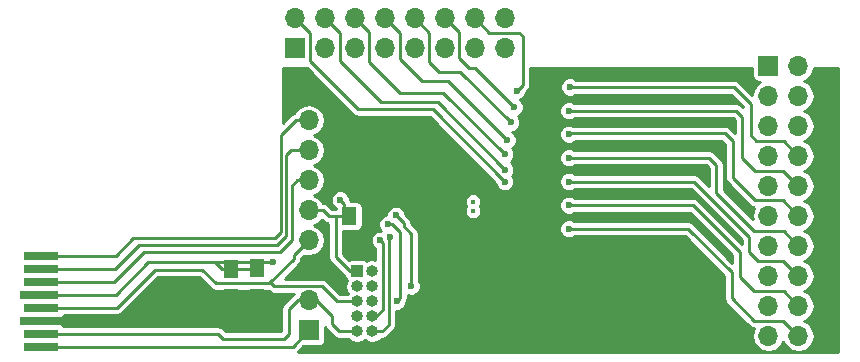
<source format=gbr>
G04 #@! TF.FileFunction,Copper,L2,Bot,Signal*
%FSLAX46Y46*%
G04 Gerber Fmt 4.6, Leading zero omitted, Abs format (unit mm)*
G04 Created by KiCad (PCBNEW 4.0.5+dfsg1-4) date Sat Sep  9 17:34:41 2017*
%MOMM*%
%LPD*%
G01*
G04 APERTURE LIST*
%ADD10C,0.100000*%
%ADD11C,0.381000*%
%ADD12R,1.700000X1.700000*%
%ADD13O,1.700000X1.700000*%
%ADD14R,1.250000X1.500000*%
%ADD15R,1.000000X1.000000*%
%ADD16O,1.000000X1.000000*%
%ADD17R,2.900000X0.800000*%
%ADD18R,3.200000X0.800000*%
%ADD19C,0.600000*%
%ADD20C,0.250000*%
%ADD21C,0.254000*%
G04 APERTURE END LIST*
D10*
D11*
X125404880Y-109758480D03*
X126222760Y-109758480D03*
X127863600Y-109783880D03*
X127045720Y-109783880D03*
X130286760Y-109804200D03*
X131104640Y-109804200D03*
X129463800Y-109778800D03*
X128645920Y-109778800D03*
X145500000Y-100400000D03*
X155500000Y-111000000D03*
X156300000Y-111000000D03*
X157100000Y-111000000D03*
X157900000Y-111000000D03*
X171100000Y-104200000D03*
X171900000Y-104200000D03*
X169500000Y-104200000D03*
X170300000Y-104200000D03*
X160400000Y-88900000D03*
X161200000Y-88900000D03*
X162000000Y-88900000D03*
X162800000Y-88900000D03*
X169100000Y-101100000D03*
X169900000Y-101100000D03*
X163900000Y-99100000D03*
X164700000Y-99100000D03*
X163900000Y-97100000D03*
X164700000Y-97100000D03*
X149600000Y-103900000D03*
X149600000Y-103100000D03*
X149600000Y-102300000D03*
D12*
X138400000Y-86800000D03*
D13*
X138400000Y-84260000D03*
X140940000Y-86800000D03*
X140940000Y-84260000D03*
X143480000Y-86800000D03*
X143480000Y-84260000D03*
X146020000Y-86800000D03*
X146020000Y-84260000D03*
X148560000Y-86800000D03*
X148560000Y-84260000D03*
X151100000Y-86800000D03*
X151100000Y-84260000D03*
X153640000Y-86800000D03*
X153640000Y-84260000D03*
X156180000Y-86800000D03*
X156180000Y-84260000D03*
D14*
X132983720Y-105478320D03*
X132983720Y-107978320D03*
X135219720Y-105450320D03*
X135219720Y-107950320D03*
X143032480Y-101020560D03*
X143032480Y-103520560D03*
D11*
X153500000Y-100600000D03*
X153500000Y-99800000D03*
D15*
X143700000Y-105700000D03*
D16*
X144970000Y-105700000D03*
X143700000Y-106970000D03*
X144970000Y-106970000D03*
X143700000Y-108240000D03*
X144970000Y-108240000D03*
X143700000Y-109510000D03*
X144970000Y-109510000D03*
X143700000Y-110780000D03*
X144970000Y-110780000D03*
D12*
X139600000Y-110700000D03*
D13*
X139600000Y-108160000D03*
X139600000Y-105620000D03*
X139600000Y-103080000D03*
X139600000Y-100540000D03*
X139600000Y-98000000D03*
X139600000Y-95460000D03*
X139600000Y-92920000D03*
D12*
X178500000Y-88300000D03*
D13*
X181040000Y-88300000D03*
X178500000Y-90840000D03*
X181040000Y-90840000D03*
X178500000Y-93380000D03*
X181040000Y-93380000D03*
X178500000Y-95920000D03*
X181040000Y-95920000D03*
X178500000Y-98460000D03*
X181040000Y-98460000D03*
X178500000Y-101000000D03*
X181040000Y-101000000D03*
X178500000Y-103540000D03*
X181040000Y-103540000D03*
X178500000Y-106080000D03*
X181040000Y-106080000D03*
X178500000Y-108620000D03*
X181040000Y-108620000D03*
X178500000Y-111160000D03*
X181040000Y-111160000D03*
D12*
X150300000Y-110300000D03*
D13*
X152840000Y-110300000D03*
D17*
X116936520Y-112069240D03*
X116936520Y-105469240D03*
X116936520Y-104369240D03*
X116936520Y-110969240D03*
X116936520Y-106569240D03*
D18*
X116786520Y-109869240D03*
D17*
X116936520Y-108769240D03*
D18*
X116786520Y-107669240D03*
D19*
X161600000Y-102100000D03*
X161600000Y-100100000D03*
X161600000Y-98100000D03*
X161600000Y-96100000D03*
X161600000Y-94100000D03*
X161600000Y-92100000D03*
X161700000Y-90100000D03*
X136575800Y-104937560D03*
X142265400Y-99664520D03*
X146502120Y-102809040D03*
X145648680Y-103068120D03*
X146304000Y-101727000D03*
X147050760Y-108234480D03*
X146974560Y-100949760D03*
X148254720Y-106969560D03*
X156200000Y-98100000D03*
X156200000Y-97100000D03*
X156200000Y-95800000D03*
X156400000Y-94600000D03*
X156700000Y-93100000D03*
X157000000Y-91800000D03*
X157200000Y-90400000D03*
D20*
X116921280Y-104369240D02*
X123260480Y-104369240D01*
X138479080Y-92920000D02*
X139600000Y-92920000D01*
X137215880Y-94183200D02*
X138479080Y-92920000D01*
X137215880Y-102397560D02*
X137215880Y-94183200D01*
X136707880Y-102905560D02*
X137215880Y-102397560D01*
X124724160Y-102905560D02*
X136707880Y-102905560D01*
X123260480Y-104369240D02*
X124724160Y-102905560D01*
X116921280Y-105469240D02*
X123206960Y-105469240D01*
X138123480Y-95460000D02*
X139600000Y-95460000D01*
X137688320Y-95895160D02*
X138123480Y-95460000D01*
X137688320Y-102671880D02*
X137688320Y-95895160D01*
X136895840Y-103464360D02*
X137688320Y-102671880D01*
X125211840Y-103464360D02*
X136895840Y-103464360D01*
X123206960Y-105469240D02*
X125211840Y-103464360D01*
X116771280Y-106569240D02*
X123143280Y-106569240D01*
X138621320Y-98000000D02*
X139600000Y-98000000D01*
X138138322Y-98482998D02*
X138621320Y-98000000D01*
X138138322Y-103065158D02*
X138138322Y-98482998D01*
X137154920Y-104048560D02*
X138138322Y-103065158D01*
X125663960Y-104048560D02*
X137154920Y-104048560D01*
X123143280Y-106569240D02*
X125663960Y-104048560D01*
X143700000Y-108240000D02*
X142011840Y-108240000D01*
X136641840Y-106954320D02*
X136334500Y-106646980D01*
X140726160Y-106954320D02*
X136641840Y-106954320D01*
X142011840Y-108240000D02*
X140726160Y-106954320D01*
X139600000Y-103080000D02*
X139600000Y-103298320D01*
X116771280Y-108769240D02*
X123346120Y-108769240D01*
X138328400Y-104351600D02*
X139600000Y-103080000D01*
X138328400Y-104653080D02*
X138328400Y-104351600D01*
X136260840Y-106720640D02*
X136334500Y-106646980D01*
X136334500Y-106646980D02*
X138328400Y-104653080D01*
X131724400Y-106720640D02*
X136260840Y-106720640D01*
X130586480Y-105582720D02*
X131724400Y-106720640D01*
X126532640Y-105582720D02*
X130586480Y-105582720D01*
X123346120Y-108769240D02*
X126532640Y-105582720D01*
X139600000Y-108160000D02*
X140209720Y-108160000D01*
X140209720Y-108160000D02*
X141549120Y-109499400D01*
X142143920Y-110780000D02*
X143700000Y-110780000D01*
X141549120Y-110185200D02*
X142143920Y-110780000D01*
X141549120Y-109499400D02*
X141549120Y-110185200D01*
X116921280Y-110969240D02*
X131869240Y-110969240D01*
X138640000Y-108160000D02*
X139600000Y-108160000D01*
X137900000Y-108900000D02*
X138640000Y-108160000D01*
X137900000Y-111000000D02*
X137900000Y-108900000D01*
X137500000Y-111400000D02*
X137900000Y-111000000D01*
X132300000Y-111400000D02*
X137500000Y-111400000D01*
X131869240Y-110969240D02*
X132300000Y-111400000D01*
X143700000Y-110780000D02*
X143280000Y-110780000D01*
X116921280Y-112069240D02*
X138230760Y-112069240D01*
X138230760Y-112069240D02*
X139600000Y-110700000D01*
X179780000Y-109900000D02*
X181040000Y-111160000D01*
X177300000Y-109900000D02*
X179780000Y-109900000D01*
X175400000Y-108000000D02*
X177300000Y-109900000D01*
X175400000Y-105800000D02*
X175400000Y-108000000D01*
X171700000Y-102100000D02*
X175400000Y-105800000D01*
X161600000Y-102100000D02*
X171700000Y-102100000D01*
X179820000Y-107400000D02*
X181040000Y-108620000D01*
X177300000Y-107400000D02*
X179820000Y-107400000D01*
X176100000Y-106200000D02*
X177300000Y-107400000D01*
X176100000Y-104100000D02*
X176100000Y-106200000D01*
X172100000Y-100100000D02*
X176100000Y-104100000D01*
X161600000Y-100100000D02*
X172100000Y-100100000D01*
X179760000Y-104800000D02*
X181040000Y-106080000D01*
X177600000Y-104800000D02*
X179760000Y-104800000D01*
X176900000Y-104100000D02*
X177600000Y-104800000D01*
X176900000Y-102800000D02*
X176900000Y-104100000D01*
X172200000Y-98100000D02*
X176900000Y-102800000D01*
X161600000Y-98100000D02*
X172200000Y-98100000D01*
X179800000Y-102300000D02*
X181040000Y-103540000D01*
X177300000Y-102300000D02*
X179800000Y-102300000D01*
X174100000Y-99100000D02*
X177300000Y-102300000D01*
X174100000Y-96700000D02*
X174100000Y-99100000D01*
X173500000Y-96100000D02*
X174100000Y-96700000D01*
X161600000Y-96100000D02*
X173500000Y-96100000D01*
X179740000Y-99700000D02*
X181040000Y-101000000D01*
X177400000Y-99700000D02*
X179740000Y-99700000D01*
X175500000Y-97800000D02*
X177400000Y-99700000D01*
X175500000Y-94700000D02*
X175500000Y-97800000D01*
X174800000Y-94000000D02*
X175500000Y-94700000D01*
X161700000Y-94000000D02*
X174800000Y-94000000D01*
X161600000Y-94100000D02*
X161700000Y-94000000D01*
X179780000Y-97200000D02*
X181040000Y-98460000D01*
X177400000Y-97200000D02*
X179780000Y-97200000D01*
X176300000Y-96100000D02*
X177400000Y-97200000D01*
X176300000Y-92600000D02*
X176300000Y-96100000D01*
X175800000Y-92100000D02*
X176300000Y-92600000D01*
X161600000Y-92100000D02*
X175800000Y-92100000D01*
X179820000Y-94700000D02*
X181040000Y-95920000D01*
X177500000Y-94700000D02*
X179820000Y-94700000D01*
X177000000Y-94200000D02*
X177500000Y-94700000D01*
X177000000Y-91500000D02*
X177000000Y-94200000D01*
X175600000Y-90100000D02*
X177000000Y-91500000D01*
X161700000Y-90100000D02*
X175600000Y-90100000D01*
X132983720Y-105478320D02*
X135191720Y-105478320D01*
X135191720Y-105478320D02*
X135219720Y-105450320D01*
X132983720Y-105478320D02*
X132229600Y-105478320D01*
X132229600Y-105478320D02*
X131688840Y-104937560D01*
X143700000Y-105700000D02*
X143068480Y-105700000D01*
X141884400Y-104515920D02*
X141884400Y-101050000D01*
X143068480Y-105700000D02*
X141884400Y-104515920D01*
X139600000Y-100540000D02*
X140804080Y-100540000D01*
X141314080Y-101050000D02*
X141884400Y-101050000D01*
X141884400Y-101050000D02*
X142600000Y-101050000D01*
X140804080Y-100540000D02*
X141314080Y-101050000D01*
X116921280Y-107669240D02*
X123277720Y-107669240D01*
X126009400Y-104937560D02*
X131688840Y-104937560D01*
X131688840Y-104937560D02*
X136575800Y-104937560D01*
X123277720Y-107669240D02*
X126009400Y-104937560D01*
X142600000Y-101050000D02*
X142600000Y-100000000D01*
X142600000Y-100000000D02*
X142265400Y-99664520D01*
X145800640Y-110780000D02*
X144970000Y-110780000D01*
X146349720Y-110230920D02*
X145800640Y-110780000D01*
X146349720Y-102961440D02*
X146349720Y-110230920D01*
X146502120Y-102809040D02*
X146349720Y-102961440D01*
X144970000Y-109510000D02*
X145325238Y-109510000D01*
X145325238Y-109510000D02*
X145862040Y-108973198D01*
X145862040Y-108973198D02*
X145862040Y-103281480D01*
X145862040Y-103281480D02*
X145648680Y-103068120D01*
X146319240Y-101711760D02*
X146304000Y-101727000D01*
X146669760Y-101711760D02*
X146319240Y-101711760D01*
X147340320Y-102382320D02*
X146669760Y-101711760D01*
X147340320Y-107944920D02*
X147340320Y-102382320D01*
X147050760Y-108234480D02*
X147340320Y-107944920D01*
X147629880Y-101605080D02*
X146974560Y-100949760D01*
X147629880Y-101894640D02*
X147629880Y-101605080D01*
X148254720Y-102519480D02*
X147629880Y-101894640D01*
X148254720Y-106969560D02*
X148254720Y-102519480D01*
X139700000Y-85560000D02*
X138400000Y-84260000D01*
X139700000Y-87900000D02*
X139700000Y-85560000D01*
X143800000Y-92000000D02*
X139700000Y-87900000D01*
X150100000Y-92000000D02*
X143800000Y-92000000D01*
X156200000Y-98100000D02*
X150100000Y-92000000D01*
X142200000Y-85520000D02*
X140940000Y-84260000D01*
X142200000Y-87900000D02*
X142200000Y-85520000D01*
X145700000Y-91400000D02*
X142200000Y-87900000D01*
X150500000Y-91400000D02*
X145700000Y-91400000D01*
X156200000Y-97100000D02*
X150500000Y-91400000D01*
X144700000Y-85480000D02*
X143480000Y-84260000D01*
X144700000Y-88000000D02*
X144700000Y-85480000D01*
X147300000Y-90600000D02*
X144700000Y-88000000D01*
X151000000Y-90600000D02*
X147300000Y-90600000D01*
X156200000Y-95800000D02*
X151000000Y-90600000D01*
X147300000Y-85540000D02*
X146020000Y-84260000D01*
X147300000Y-87700000D02*
X147300000Y-85540000D01*
X149200000Y-89600000D02*
X147300000Y-87700000D01*
X151400000Y-89600000D02*
X149200000Y-89600000D01*
X156400000Y-94600000D02*
X151400000Y-89600000D01*
X149800000Y-85500000D02*
X148560000Y-84260000D01*
X149800000Y-88000000D02*
X149800000Y-85500000D01*
X150600000Y-88800000D02*
X149800000Y-88000000D01*
X152400000Y-88800000D02*
X150600000Y-88800000D01*
X156700000Y-93100000D02*
X152400000Y-88800000D01*
X152300000Y-85460000D02*
X151100000Y-84260000D01*
X152300000Y-87600000D02*
X152300000Y-85460000D01*
X153200000Y-88500000D02*
X152300000Y-87600000D01*
X153700000Y-88500000D02*
X153200000Y-88500000D01*
X157000000Y-91800000D02*
X153700000Y-88500000D01*
X154880000Y-85500000D02*
X153640000Y-84260000D01*
X157400000Y-85500000D02*
X154880000Y-85500000D01*
X157700000Y-85800000D02*
X157400000Y-85500000D01*
X157700000Y-89900000D02*
X157700000Y-85800000D01*
X157200000Y-90400000D02*
X157700000Y-89900000D01*
D21*
G36*
X143352399Y-92447596D02*
X143352401Y-92447599D01*
X143557761Y-92584816D01*
X143597952Y-92592810D01*
X143800000Y-92633001D01*
X143800005Y-92633000D01*
X149837802Y-92633000D01*
X155391923Y-98187121D01*
X155391860Y-98260016D01*
X155514611Y-98557097D01*
X155741707Y-98784590D01*
X156038574Y-98907860D01*
X156360016Y-98908140D01*
X156657097Y-98785389D01*
X156884590Y-98558293D01*
X157007860Y-98261426D01*
X157008140Y-97939984D01*
X156885389Y-97642903D01*
X156842685Y-97600125D01*
X156884590Y-97558293D01*
X157007860Y-97261426D01*
X157008140Y-96939984D01*
X156885389Y-96642903D01*
X156692685Y-96449863D01*
X156884590Y-96258293D01*
X157007860Y-95961426D01*
X157008140Y-95639984D01*
X156885389Y-95342903D01*
X156836479Y-95293908D01*
X156857097Y-95285389D01*
X157084590Y-95058293D01*
X157207860Y-94761426D01*
X157208140Y-94439984D01*
X157085389Y-94142903D01*
X156858293Y-93915410D01*
X156840744Y-93908123D01*
X156860016Y-93908140D01*
X157157097Y-93785389D01*
X157384590Y-93558293D01*
X157507860Y-93261426D01*
X157508140Y-92939984D01*
X157385389Y-92642903D01*
X157295007Y-92552363D01*
X157457097Y-92485389D01*
X157684590Y-92258293D01*
X157807860Y-91961426D01*
X157808140Y-91639984D01*
X157685389Y-91342903D01*
X157495131Y-91152312D01*
X157657097Y-91085389D01*
X157884590Y-90858293D01*
X158007860Y-90561426D01*
X158007925Y-90487273D01*
X158147596Y-90347601D01*
X158147599Y-90347599D01*
X158284816Y-90142239D01*
X158310089Y-90015184D01*
X158333001Y-89900000D01*
X158333000Y-89899995D01*
X158333000Y-88527000D01*
X177132048Y-88527000D01*
X177132048Y-89150000D01*
X177167470Y-89338253D01*
X177278728Y-89511153D01*
X177448488Y-89627145D01*
X177650000Y-89667952D01*
X177830121Y-89667952D01*
X177513144Y-89879749D01*
X177218767Y-90320316D01*
X177135272Y-90740074D01*
X176047599Y-89652401D01*
X175842239Y-89515184D01*
X175600000Y-89466999D01*
X175599995Y-89467000D01*
X162209793Y-89467000D01*
X162158293Y-89415410D01*
X161861426Y-89292140D01*
X161539984Y-89291860D01*
X161242903Y-89414611D01*
X161015410Y-89641707D01*
X160892140Y-89938574D01*
X160891860Y-90260016D01*
X161014611Y-90557097D01*
X161241707Y-90784590D01*
X161538574Y-90907860D01*
X161860016Y-90908140D01*
X162157097Y-90785389D01*
X162209578Y-90733000D01*
X175337802Y-90733000D01*
X176367000Y-91762198D01*
X176367000Y-91771802D01*
X176247599Y-91652401D01*
X176042239Y-91515184D01*
X175800000Y-91466999D01*
X175799995Y-91467000D01*
X162109793Y-91467000D01*
X162058293Y-91415410D01*
X161761426Y-91292140D01*
X161439984Y-91291860D01*
X161142903Y-91414611D01*
X160915410Y-91641707D01*
X160792140Y-91938574D01*
X160791860Y-92260016D01*
X160914611Y-92557097D01*
X161141707Y-92784590D01*
X161438574Y-92907860D01*
X161760016Y-92908140D01*
X162057097Y-92785389D01*
X162109578Y-92733000D01*
X175537802Y-92733000D01*
X175667000Y-92862197D01*
X175667000Y-93971803D01*
X175247599Y-93552401D01*
X175042239Y-93415184D01*
X174800000Y-93366999D01*
X174799995Y-93367000D01*
X161941709Y-93367000D01*
X161761426Y-93292140D01*
X161439984Y-93291860D01*
X161142903Y-93414611D01*
X160915410Y-93641707D01*
X160792140Y-93938574D01*
X160791860Y-94260016D01*
X160914611Y-94557097D01*
X161141707Y-94784590D01*
X161438574Y-94907860D01*
X161760016Y-94908140D01*
X162057097Y-94785389D01*
X162209752Y-94633000D01*
X174537802Y-94633000D01*
X174867000Y-94962197D01*
X174867000Y-97799995D01*
X174866999Y-97800000D01*
X174915184Y-98042239D01*
X175052401Y-98247599D01*
X176952399Y-100147596D01*
X176952401Y-100147599D01*
X177157761Y-100284816D01*
X177197952Y-100292810D01*
X177326914Y-100318463D01*
X177218767Y-100480316D01*
X177115395Y-101000000D01*
X177170071Y-101274874D01*
X174733000Y-98837802D01*
X174733000Y-96700000D01*
X174684816Y-96457761D01*
X174547599Y-96252401D01*
X174547596Y-96252399D01*
X173947599Y-95652401D01*
X173742239Y-95515184D01*
X173500000Y-95466999D01*
X173499995Y-95467000D01*
X162109793Y-95467000D01*
X162058293Y-95415410D01*
X161761426Y-95292140D01*
X161439984Y-95291860D01*
X161142903Y-95414611D01*
X160915410Y-95641707D01*
X160792140Y-95938574D01*
X160791860Y-96260016D01*
X160914611Y-96557097D01*
X161141707Y-96784590D01*
X161438574Y-96907860D01*
X161760016Y-96908140D01*
X162057097Y-96785389D01*
X162109578Y-96733000D01*
X173237802Y-96733000D01*
X173467000Y-96962197D01*
X173467000Y-98471802D01*
X172647599Y-97652401D01*
X172442239Y-97515184D01*
X172200000Y-97466999D01*
X172199995Y-97467000D01*
X162109793Y-97467000D01*
X162058293Y-97415410D01*
X161761426Y-97292140D01*
X161439984Y-97291860D01*
X161142903Y-97414611D01*
X160915410Y-97641707D01*
X160792140Y-97938574D01*
X160791860Y-98260016D01*
X160914611Y-98557097D01*
X161141707Y-98784590D01*
X161438574Y-98907860D01*
X161760016Y-98908140D01*
X162057097Y-98785389D01*
X162109578Y-98733000D01*
X171937802Y-98733000D01*
X176267000Y-103062197D01*
X176267000Y-103371803D01*
X172547599Y-99652401D01*
X172342239Y-99515184D01*
X172100000Y-99466999D01*
X172099995Y-99467000D01*
X162109793Y-99467000D01*
X162058293Y-99415410D01*
X161761426Y-99292140D01*
X161439984Y-99291860D01*
X161142903Y-99414611D01*
X160915410Y-99641707D01*
X160792140Y-99938574D01*
X160791860Y-100260016D01*
X160914611Y-100557097D01*
X161141707Y-100784590D01*
X161438574Y-100907860D01*
X161760016Y-100908140D01*
X162057097Y-100785389D01*
X162109578Y-100733000D01*
X171837802Y-100733000D01*
X175467000Y-104362197D01*
X175467000Y-104971803D01*
X172147599Y-101652401D01*
X171942239Y-101515184D01*
X171700000Y-101466999D01*
X171699995Y-101467000D01*
X162109793Y-101467000D01*
X162058293Y-101415410D01*
X161761426Y-101292140D01*
X161439984Y-101291860D01*
X161142903Y-101414611D01*
X160915410Y-101641707D01*
X160792140Y-101938574D01*
X160791860Y-102260016D01*
X160914611Y-102557097D01*
X161141707Y-102784590D01*
X161438574Y-102907860D01*
X161760016Y-102908140D01*
X162057097Y-102785389D01*
X162109578Y-102733000D01*
X171437802Y-102733000D01*
X174767000Y-106062197D01*
X174767000Y-107999995D01*
X174766999Y-108000000D01*
X174815184Y-108242239D01*
X174952401Y-108447599D01*
X176852399Y-110347596D01*
X176852401Y-110347599D01*
X177057761Y-110484816D01*
X177097952Y-110492810D01*
X177291590Y-110531328D01*
X177218767Y-110640316D01*
X177115395Y-111160000D01*
X177218767Y-111679684D01*
X177513144Y-112120251D01*
X177953711Y-112414628D01*
X178473395Y-112518000D01*
X178526605Y-112518000D01*
X179046289Y-112414628D01*
X179486856Y-112120251D01*
X179770000Y-111696495D01*
X180053144Y-112120251D01*
X180493711Y-112414628D01*
X181013395Y-112518000D01*
X181066605Y-112518000D01*
X181586289Y-112414628D01*
X182026856Y-112120251D01*
X182321233Y-111679684D01*
X182424605Y-111160000D01*
X182321233Y-110640316D01*
X182026856Y-110199749D01*
X181586289Y-109905372D01*
X181509009Y-109890000D01*
X181586289Y-109874628D01*
X182026856Y-109580251D01*
X182321233Y-109139684D01*
X182424605Y-108620000D01*
X182321233Y-108100316D01*
X182026856Y-107659749D01*
X181586289Y-107365372D01*
X181509009Y-107350000D01*
X181586289Y-107334628D01*
X182026856Y-107040251D01*
X182321233Y-106599684D01*
X182424605Y-106080000D01*
X182321233Y-105560316D01*
X182026856Y-105119749D01*
X181586289Y-104825372D01*
X181509009Y-104810000D01*
X181586289Y-104794628D01*
X182026856Y-104500251D01*
X182321233Y-104059684D01*
X182424605Y-103540000D01*
X182321233Y-103020316D01*
X182026856Y-102579749D01*
X181586289Y-102285372D01*
X181509009Y-102270000D01*
X181586289Y-102254628D01*
X182026856Y-101960251D01*
X182321233Y-101519684D01*
X182424605Y-101000000D01*
X182321233Y-100480316D01*
X182026856Y-100039749D01*
X181586289Y-99745372D01*
X181509009Y-99730000D01*
X181586289Y-99714628D01*
X182026856Y-99420251D01*
X182321233Y-98979684D01*
X182424605Y-98460000D01*
X182321233Y-97940316D01*
X182026856Y-97499749D01*
X181586289Y-97205372D01*
X181509009Y-97190000D01*
X181586289Y-97174628D01*
X182026856Y-96880251D01*
X182321233Y-96439684D01*
X182424605Y-95920000D01*
X182321233Y-95400316D01*
X182026856Y-94959749D01*
X181586289Y-94665372D01*
X181509009Y-94650000D01*
X181586289Y-94634628D01*
X182026856Y-94340251D01*
X182321233Y-93899684D01*
X182424605Y-93380000D01*
X182321233Y-92860316D01*
X182026856Y-92419749D01*
X181586289Y-92125372D01*
X181509009Y-92110000D01*
X181586289Y-92094628D01*
X182026856Y-91800251D01*
X182321233Y-91359684D01*
X182424605Y-90840000D01*
X182321233Y-90320316D01*
X182026856Y-89879749D01*
X181586289Y-89585372D01*
X181509009Y-89570000D01*
X181586289Y-89554628D01*
X182026856Y-89260251D01*
X182321233Y-88819684D01*
X182379452Y-88527000D01*
X184442000Y-88527000D01*
X184442000Y-112522000D01*
X138670635Y-112522000D01*
X138678359Y-112516839D01*
X139127246Y-112067952D01*
X140450000Y-112067952D01*
X140638253Y-112032530D01*
X140811153Y-111921272D01*
X140927145Y-111751512D01*
X140967952Y-111550000D01*
X140967952Y-110432899D01*
X141101521Y-110632799D01*
X141696319Y-111227596D01*
X141696321Y-111227599D01*
X141901681Y-111364816D01*
X142143920Y-111413000D01*
X142914191Y-111413000D01*
X142967488Y-111492764D01*
X143294507Y-111711271D01*
X143680252Y-111788000D01*
X143719748Y-111788000D01*
X144105493Y-111711271D01*
X144335000Y-111557919D01*
X144564507Y-111711271D01*
X144950252Y-111788000D01*
X144989748Y-111788000D01*
X145375493Y-111711271D01*
X145702512Y-111492764D01*
X145755809Y-111413000D01*
X145800635Y-111413000D01*
X145800640Y-111413001D01*
X146042879Y-111364816D01*
X146248239Y-111227599D01*
X146797316Y-110678521D01*
X146797319Y-110678519D01*
X146934536Y-110473159D01*
X146982720Y-110230920D01*
X146982720Y-109042421D01*
X147210776Y-109042620D01*
X147507857Y-108919869D01*
X147735350Y-108692773D01*
X147858620Y-108395906D01*
X147858715Y-108286565D01*
X147925136Y-108187159D01*
X147935264Y-108136240D01*
X147973321Y-107944920D01*
X147973320Y-107944915D01*
X147973320Y-107727602D01*
X148093294Y-107777420D01*
X148414736Y-107777700D01*
X148711817Y-107654949D01*
X148939310Y-107427853D01*
X149062580Y-107130986D01*
X149062860Y-106809544D01*
X148940109Y-106512463D01*
X148887720Y-106459982D01*
X148887720Y-102519480D01*
X148839536Y-102277241D01*
X148702319Y-102071881D01*
X148702316Y-102071879D01*
X148262880Y-101632442D01*
X148262880Y-101605080D01*
X148214696Y-101362841D01*
X148077479Y-101157481D01*
X148077476Y-101157479D01*
X147782637Y-100862639D01*
X147782700Y-100789744D01*
X147659949Y-100492663D01*
X147432853Y-100265170D01*
X147135986Y-100141900D01*
X146814544Y-100141620D01*
X146517463Y-100264371D01*
X146289970Y-100491467D01*
X146166700Y-100788334D01*
X146166586Y-100918880D01*
X146143984Y-100918860D01*
X145846903Y-101041611D01*
X145619410Y-101268707D01*
X145496140Y-101565574D01*
X145495860Y-101887016D01*
X145618611Y-102184097D01*
X145694541Y-102260159D01*
X145488664Y-102259980D01*
X145191583Y-102382731D01*
X144964090Y-102609827D01*
X144840820Y-102906694D01*
X144840540Y-103228136D01*
X144963291Y-103525217D01*
X145190387Y-103752710D01*
X145229040Y-103768760D01*
X145229040Y-104739598D01*
X144989748Y-104692000D01*
X144950252Y-104692000D01*
X144564507Y-104768729D01*
X144516044Y-104801111D01*
X144401512Y-104722855D01*
X144200000Y-104682048D01*
X143200000Y-104682048D01*
X143011747Y-104717470D01*
X142993129Y-104729451D01*
X142517400Y-104253722D01*
X142517400Y-102288512D01*
X143657480Y-102288512D01*
X143845733Y-102253090D01*
X144018633Y-102141832D01*
X144134625Y-101972072D01*
X144175432Y-101770560D01*
X144175432Y-100270560D01*
X144140010Y-100082307D01*
X144047365Y-99938331D01*
X152801379Y-99938331D01*
X152907496Y-100195151D01*
X152912172Y-100199836D01*
X152908186Y-100203815D01*
X152801622Y-100460450D01*
X152801379Y-100738331D01*
X152907496Y-100995151D01*
X153103815Y-101191814D01*
X153360450Y-101298378D01*
X153638331Y-101298621D01*
X153895151Y-101192504D01*
X154091814Y-100996185D01*
X154198378Y-100739550D01*
X154198621Y-100461669D01*
X154092504Y-100204849D01*
X154087828Y-100200164D01*
X154091814Y-100196185D01*
X154198378Y-99939550D01*
X154198621Y-99661669D01*
X154092504Y-99404849D01*
X153896185Y-99208186D01*
X153639550Y-99101622D01*
X153361669Y-99101379D01*
X153104849Y-99207496D01*
X152908186Y-99403815D01*
X152801622Y-99660450D01*
X152801379Y-99938331D01*
X144047365Y-99938331D01*
X144028752Y-99909407D01*
X143858992Y-99793415D01*
X143657480Y-99752608D01*
X143181373Y-99752608D01*
X143116240Y-99655130D01*
X143073465Y-99590930D01*
X143073540Y-99504504D01*
X142950789Y-99207423D01*
X142723693Y-98979930D01*
X142426826Y-98856660D01*
X142105384Y-98856380D01*
X141808303Y-98979131D01*
X141580810Y-99206227D01*
X141457540Y-99503094D01*
X141457260Y-99824536D01*
X141580011Y-100121617D01*
X141807107Y-100349110D01*
X141889528Y-100383334D01*
X141889528Y-100417000D01*
X141576278Y-100417000D01*
X141251679Y-100092401D01*
X141046319Y-99955184D01*
X140805737Y-99907329D01*
X140586856Y-99579749D01*
X140146289Y-99285372D01*
X140069009Y-99270000D01*
X140146289Y-99254628D01*
X140586856Y-98960251D01*
X140881233Y-98519684D01*
X140984605Y-98000000D01*
X140881233Y-97480316D01*
X140586856Y-97039749D01*
X140146289Y-96745372D01*
X140069009Y-96730000D01*
X140146289Y-96714628D01*
X140586856Y-96420251D01*
X140881233Y-95979684D01*
X140984605Y-95460000D01*
X140881233Y-94940316D01*
X140586856Y-94499749D01*
X140146289Y-94205372D01*
X140069009Y-94190000D01*
X140146289Y-94174628D01*
X140586856Y-93880251D01*
X140881233Y-93439684D01*
X140984605Y-92920000D01*
X140881233Y-92400316D01*
X140586856Y-91959749D01*
X140146289Y-91665372D01*
X139626605Y-91562000D01*
X139573395Y-91562000D01*
X139053711Y-91665372D01*
X138613144Y-91959749D01*
X138381516Y-92306406D01*
X138236842Y-92335183D01*
X138168699Y-92380715D01*
X138031481Y-92472401D01*
X138031479Y-92472404D01*
X137378000Y-93125882D01*
X137378000Y-88527000D01*
X139431802Y-88527000D01*
X143352399Y-92447596D01*
X143352399Y-92447596D01*
G37*
X143352399Y-92447596D02*
X143352401Y-92447599D01*
X143557761Y-92584816D01*
X143597952Y-92592810D01*
X143800000Y-92633001D01*
X143800005Y-92633000D01*
X149837802Y-92633000D01*
X155391923Y-98187121D01*
X155391860Y-98260016D01*
X155514611Y-98557097D01*
X155741707Y-98784590D01*
X156038574Y-98907860D01*
X156360016Y-98908140D01*
X156657097Y-98785389D01*
X156884590Y-98558293D01*
X157007860Y-98261426D01*
X157008140Y-97939984D01*
X156885389Y-97642903D01*
X156842685Y-97600125D01*
X156884590Y-97558293D01*
X157007860Y-97261426D01*
X157008140Y-96939984D01*
X156885389Y-96642903D01*
X156692685Y-96449863D01*
X156884590Y-96258293D01*
X157007860Y-95961426D01*
X157008140Y-95639984D01*
X156885389Y-95342903D01*
X156836479Y-95293908D01*
X156857097Y-95285389D01*
X157084590Y-95058293D01*
X157207860Y-94761426D01*
X157208140Y-94439984D01*
X157085389Y-94142903D01*
X156858293Y-93915410D01*
X156840744Y-93908123D01*
X156860016Y-93908140D01*
X157157097Y-93785389D01*
X157384590Y-93558293D01*
X157507860Y-93261426D01*
X157508140Y-92939984D01*
X157385389Y-92642903D01*
X157295007Y-92552363D01*
X157457097Y-92485389D01*
X157684590Y-92258293D01*
X157807860Y-91961426D01*
X157808140Y-91639984D01*
X157685389Y-91342903D01*
X157495131Y-91152312D01*
X157657097Y-91085389D01*
X157884590Y-90858293D01*
X158007860Y-90561426D01*
X158007925Y-90487273D01*
X158147596Y-90347601D01*
X158147599Y-90347599D01*
X158284816Y-90142239D01*
X158310089Y-90015184D01*
X158333001Y-89900000D01*
X158333000Y-89899995D01*
X158333000Y-88527000D01*
X177132048Y-88527000D01*
X177132048Y-89150000D01*
X177167470Y-89338253D01*
X177278728Y-89511153D01*
X177448488Y-89627145D01*
X177650000Y-89667952D01*
X177830121Y-89667952D01*
X177513144Y-89879749D01*
X177218767Y-90320316D01*
X177135272Y-90740074D01*
X176047599Y-89652401D01*
X175842239Y-89515184D01*
X175600000Y-89466999D01*
X175599995Y-89467000D01*
X162209793Y-89467000D01*
X162158293Y-89415410D01*
X161861426Y-89292140D01*
X161539984Y-89291860D01*
X161242903Y-89414611D01*
X161015410Y-89641707D01*
X160892140Y-89938574D01*
X160891860Y-90260016D01*
X161014611Y-90557097D01*
X161241707Y-90784590D01*
X161538574Y-90907860D01*
X161860016Y-90908140D01*
X162157097Y-90785389D01*
X162209578Y-90733000D01*
X175337802Y-90733000D01*
X176367000Y-91762198D01*
X176367000Y-91771802D01*
X176247599Y-91652401D01*
X176042239Y-91515184D01*
X175800000Y-91466999D01*
X175799995Y-91467000D01*
X162109793Y-91467000D01*
X162058293Y-91415410D01*
X161761426Y-91292140D01*
X161439984Y-91291860D01*
X161142903Y-91414611D01*
X160915410Y-91641707D01*
X160792140Y-91938574D01*
X160791860Y-92260016D01*
X160914611Y-92557097D01*
X161141707Y-92784590D01*
X161438574Y-92907860D01*
X161760016Y-92908140D01*
X162057097Y-92785389D01*
X162109578Y-92733000D01*
X175537802Y-92733000D01*
X175667000Y-92862197D01*
X175667000Y-93971803D01*
X175247599Y-93552401D01*
X175042239Y-93415184D01*
X174800000Y-93366999D01*
X174799995Y-93367000D01*
X161941709Y-93367000D01*
X161761426Y-93292140D01*
X161439984Y-93291860D01*
X161142903Y-93414611D01*
X160915410Y-93641707D01*
X160792140Y-93938574D01*
X160791860Y-94260016D01*
X160914611Y-94557097D01*
X161141707Y-94784590D01*
X161438574Y-94907860D01*
X161760016Y-94908140D01*
X162057097Y-94785389D01*
X162209752Y-94633000D01*
X174537802Y-94633000D01*
X174867000Y-94962197D01*
X174867000Y-97799995D01*
X174866999Y-97800000D01*
X174915184Y-98042239D01*
X175052401Y-98247599D01*
X176952399Y-100147596D01*
X176952401Y-100147599D01*
X177157761Y-100284816D01*
X177197952Y-100292810D01*
X177326914Y-100318463D01*
X177218767Y-100480316D01*
X177115395Y-101000000D01*
X177170071Y-101274874D01*
X174733000Y-98837802D01*
X174733000Y-96700000D01*
X174684816Y-96457761D01*
X174547599Y-96252401D01*
X174547596Y-96252399D01*
X173947599Y-95652401D01*
X173742239Y-95515184D01*
X173500000Y-95466999D01*
X173499995Y-95467000D01*
X162109793Y-95467000D01*
X162058293Y-95415410D01*
X161761426Y-95292140D01*
X161439984Y-95291860D01*
X161142903Y-95414611D01*
X160915410Y-95641707D01*
X160792140Y-95938574D01*
X160791860Y-96260016D01*
X160914611Y-96557097D01*
X161141707Y-96784590D01*
X161438574Y-96907860D01*
X161760016Y-96908140D01*
X162057097Y-96785389D01*
X162109578Y-96733000D01*
X173237802Y-96733000D01*
X173467000Y-96962197D01*
X173467000Y-98471802D01*
X172647599Y-97652401D01*
X172442239Y-97515184D01*
X172200000Y-97466999D01*
X172199995Y-97467000D01*
X162109793Y-97467000D01*
X162058293Y-97415410D01*
X161761426Y-97292140D01*
X161439984Y-97291860D01*
X161142903Y-97414611D01*
X160915410Y-97641707D01*
X160792140Y-97938574D01*
X160791860Y-98260016D01*
X160914611Y-98557097D01*
X161141707Y-98784590D01*
X161438574Y-98907860D01*
X161760016Y-98908140D01*
X162057097Y-98785389D01*
X162109578Y-98733000D01*
X171937802Y-98733000D01*
X176267000Y-103062197D01*
X176267000Y-103371803D01*
X172547599Y-99652401D01*
X172342239Y-99515184D01*
X172100000Y-99466999D01*
X172099995Y-99467000D01*
X162109793Y-99467000D01*
X162058293Y-99415410D01*
X161761426Y-99292140D01*
X161439984Y-99291860D01*
X161142903Y-99414611D01*
X160915410Y-99641707D01*
X160792140Y-99938574D01*
X160791860Y-100260016D01*
X160914611Y-100557097D01*
X161141707Y-100784590D01*
X161438574Y-100907860D01*
X161760016Y-100908140D01*
X162057097Y-100785389D01*
X162109578Y-100733000D01*
X171837802Y-100733000D01*
X175467000Y-104362197D01*
X175467000Y-104971803D01*
X172147599Y-101652401D01*
X171942239Y-101515184D01*
X171700000Y-101466999D01*
X171699995Y-101467000D01*
X162109793Y-101467000D01*
X162058293Y-101415410D01*
X161761426Y-101292140D01*
X161439984Y-101291860D01*
X161142903Y-101414611D01*
X160915410Y-101641707D01*
X160792140Y-101938574D01*
X160791860Y-102260016D01*
X160914611Y-102557097D01*
X161141707Y-102784590D01*
X161438574Y-102907860D01*
X161760016Y-102908140D01*
X162057097Y-102785389D01*
X162109578Y-102733000D01*
X171437802Y-102733000D01*
X174767000Y-106062197D01*
X174767000Y-107999995D01*
X174766999Y-108000000D01*
X174815184Y-108242239D01*
X174952401Y-108447599D01*
X176852399Y-110347596D01*
X176852401Y-110347599D01*
X177057761Y-110484816D01*
X177097952Y-110492810D01*
X177291590Y-110531328D01*
X177218767Y-110640316D01*
X177115395Y-111160000D01*
X177218767Y-111679684D01*
X177513144Y-112120251D01*
X177953711Y-112414628D01*
X178473395Y-112518000D01*
X178526605Y-112518000D01*
X179046289Y-112414628D01*
X179486856Y-112120251D01*
X179770000Y-111696495D01*
X180053144Y-112120251D01*
X180493711Y-112414628D01*
X181013395Y-112518000D01*
X181066605Y-112518000D01*
X181586289Y-112414628D01*
X182026856Y-112120251D01*
X182321233Y-111679684D01*
X182424605Y-111160000D01*
X182321233Y-110640316D01*
X182026856Y-110199749D01*
X181586289Y-109905372D01*
X181509009Y-109890000D01*
X181586289Y-109874628D01*
X182026856Y-109580251D01*
X182321233Y-109139684D01*
X182424605Y-108620000D01*
X182321233Y-108100316D01*
X182026856Y-107659749D01*
X181586289Y-107365372D01*
X181509009Y-107350000D01*
X181586289Y-107334628D01*
X182026856Y-107040251D01*
X182321233Y-106599684D01*
X182424605Y-106080000D01*
X182321233Y-105560316D01*
X182026856Y-105119749D01*
X181586289Y-104825372D01*
X181509009Y-104810000D01*
X181586289Y-104794628D01*
X182026856Y-104500251D01*
X182321233Y-104059684D01*
X182424605Y-103540000D01*
X182321233Y-103020316D01*
X182026856Y-102579749D01*
X181586289Y-102285372D01*
X181509009Y-102270000D01*
X181586289Y-102254628D01*
X182026856Y-101960251D01*
X182321233Y-101519684D01*
X182424605Y-101000000D01*
X182321233Y-100480316D01*
X182026856Y-100039749D01*
X181586289Y-99745372D01*
X181509009Y-99730000D01*
X181586289Y-99714628D01*
X182026856Y-99420251D01*
X182321233Y-98979684D01*
X182424605Y-98460000D01*
X182321233Y-97940316D01*
X182026856Y-97499749D01*
X181586289Y-97205372D01*
X181509009Y-97190000D01*
X181586289Y-97174628D01*
X182026856Y-96880251D01*
X182321233Y-96439684D01*
X182424605Y-95920000D01*
X182321233Y-95400316D01*
X182026856Y-94959749D01*
X181586289Y-94665372D01*
X181509009Y-94650000D01*
X181586289Y-94634628D01*
X182026856Y-94340251D01*
X182321233Y-93899684D01*
X182424605Y-93380000D01*
X182321233Y-92860316D01*
X182026856Y-92419749D01*
X181586289Y-92125372D01*
X181509009Y-92110000D01*
X181586289Y-92094628D01*
X182026856Y-91800251D01*
X182321233Y-91359684D01*
X182424605Y-90840000D01*
X182321233Y-90320316D01*
X182026856Y-89879749D01*
X181586289Y-89585372D01*
X181509009Y-89570000D01*
X181586289Y-89554628D01*
X182026856Y-89260251D01*
X182321233Y-88819684D01*
X182379452Y-88527000D01*
X184442000Y-88527000D01*
X184442000Y-112522000D01*
X138670635Y-112522000D01*
X138678359Y-112516839D01*
X139127246Y-112067952D01*
X140450000Y-112067952D01*
X140638253Y-112032530D01*
X140811153Y-111921272D01*
X140927145Y-111751512D01*
X140967952Y-111550000D01*
X140967952Y-110432899D01*
X141101521Y-110632799D01*
X141696319Y-111227596D01*
X141696321Y-111227599D01*
X141901681Y-111364816D01*
X142143920Y-111413000D01*
X142914191Y-111413000D01*
X142967488Y-111492764D01*
X143294507Y-111711271D01*
X143680252Y-111788000D01*
X143719748Y-111788000D01*
X144105493Y-111711271D01*
X144335000Y-111557919D01*
X144564507Y-111711271D01*
X144950252Y-111788000D01*
X144989748Y-111788000D01*
X145375493Y-111711271D01*
X145702512Y-111492764D01*
X145755809Y-111413000D01*
X145800635Y-111413000D01*
X145800640Y-111413001D01*
X146042879Y-111364816D01*
X146248239Y-111227599D01*
X146797316Y-110678521D01*
X146797319Y-110678519D01*
X146934536Y-110473159D01*
X146982720Y-110230920D01*
X146982720Y-109042421D01*
X147210776Y-109042620D01*
X147507857Y-108919869D01*
X147735350Y-108692773D01*
X147858620Y-108395906D01*
X147858715Y-108286565D01*
X147925136Y-108187159D01*
X147935264Y-108136240D01*
X147973321Y-107944920D01*
X147973320Y-107944915D01*
X147973320Y-107727602D01*
X148093294Y-107777420D01*
X148414736Y-107777700D01*
X148711817Y-107654949D01*
X148939310Y-107427853D01*
X149062580Y-107130986D01*
X149062860Y-106809544D01*
X148940109Y-106512463D01*
X148887720Y-106459982D01*
X148887720Y-102519480D01*
X148839536Y-102277241D01*
X148702319Y-102071881D01*
X148702316Y-102071879D01*
X148262880Y-101632442D01*
X148262880Y-101605080D01*
X148214696Y-101362841D01*
X148077479Y-101157481D01*
X148077476Y-101157479D01*
X147782637Y-100862639D01*
X147782700Y-100789744D01*
X147659949Y-100492663D01*
X147432853Y-100265170D01*
X147135986Y-100141900D01*
X146814544Y-100141620D01*
X146517463Y-100264371D01*
X146289970Y-100491467D01*
X146166700Y-100788334D01*
X146166586Y-100918880D01*
X146143984Y-100918860D01*
X145846903Y-101041611D01*
X145619410Y-101268707D01*
X145496140Y-101565574D01*
X145495860Y-101887016D01*
X145618611Y-102184097D01*
X145694541Y-102260159D01*
X145488664Y-102259980D01*
X145191583Y-102382731D01*
X144964090Y-102609827D01*
X144840820Y-102906694D01*
X144840540Y-103228136D01*
X144963291Y-103525217D01*
X145190387Y-103752710D01*
X145229040Y-103768760D01*
X145229040Y-104739598D01*
X144989748Y-104692000D01*
X144950252Y-104692000D01*
X144564507Y-104768729D01*
X144516044Y-104801111D01*
X144401512Y-104722855D01*
X144200000Y-104682048D01*
X143200000Y-104682048D01*
X143011747Y-104717470D01*
X142993129Y-104729451D01*
X142517400Y-104253722D01*
X142517400Y-102288512D01*
X143657480Y-102288512D01*
X143845733Y-102253090D01*
X144018633Y-102141832D01*
X144134625Y-101972072D01*
X144175432Y-101770560D01*
X144175432Y-100270560D01*
X144140010Y-100082307D01*
X144047365Y-99938331D01*
X152801379Y-99938331D01*
X152907496Y-100195151D01*
X152912172Y-100199836D01*
X152908186Y-100203815D01*
X152801622Y-100460450D01*
X152801379Y-100738331D01*
X152907496Y-100995151D01*
X153103815Y-101191814D01*
X153360450Y-101298378D01*
X153638331Y-101298621D01*
X153895151Y-101192504D01*
X154091814Y-100996185D01*
X154198378Y-100739550D01*
X154198621Y-100461669D01*
X154092504Y-100204849D01*
X154087828Y-100200164D01*
X154091814Y-100196185D01*
X154198378Y-99939550D01*
X154198621Y-99661669D01*
X154092504Y-99404849D01*
X153896185Y-99208186D01*
X153639550Y-99101622D01*
X153361669Y-99101379D01*
X153104849Y-99207496D01*
X152908186Y-99403815D01*
X152801622Y-99660450D01*
X152801379Y-99938331D01*
X144047365Y-99938331D01*
X144028752Y-99909407D01*
X143858992Y-99793415D01*
X143657480Y-99752608D01*
X143181373Y-99752608D01*
X143116240Y-99655130D01*
X143073465Y-99590930D01*
X143073540Y-99504504D01*
X142950789Y-99207423D01*
X142723693Y-98979930D01*
X142426826Y-98856660D01*
X142105384Y-98856380D01*
X141808303Y-98979131D01*
X141580810Y-99206227D01*
X141457540Y-99503094D01*
X141457260Y-99824536D01*
X141580011Y-100121617D01*
X141807107Y-100349110D01*
X141889528Y-100383334D01*
X141889528Y-100417000D01*
X141576278Y-100417000D01*
X141251679Y-100092401D01*
X141046319Y-99955184D01*
X140805737Y-99907329D01*
X140586856Y-99579749D01*
X140146289Y-99285372D01*
X140069009Y-99270000D01*
X140146289Y-99254628D01*
X140586856Y-98960251D01*
X140881233Y-98519684D01*
X140984605Y-98000000D01*
X140881233Y-97480316D01*
X140586856Y-97039749D01*
X140146289Y-96745372D01*
X140069009Y-96730000D01*
X140146289Y-96714628D01*
X140586856Y-96420251D01*
X140881233Y-95979684D01*
X140984605Y-95460000D01*
X140881233Y-94940316D01*
X140586856Y-94499749D01*
X140146289Y-94205372D01*
X140069009Y-94190000D01*
X140146289Y-94174628D01*
X140586856Y-93880251D01*
X140881233Y-93439684D01*
X140984605Y-92920000D01*
X140881233Y-92400316D01*
X140586856Y-91959749D01*
X140146289Y-91665372D01*
X139626605Y-91562000D01*
X139573395Y-91562000D01*
X139053711Y-91665372D01*
X138613144Y-91959749D01*
X138381516Y-92306406D01*
X138236842Y-92335183D01*
X138168699Y-92380715D01*
X138031481Y-92472401D01*
X138031479Y-92472404D01*
X137378000Y-93125882D01*
X137378000Y-88527000D01*
X139431802Y-88527000D01*
X143352399Y-92447596D01*
G36*
X131276801Y-107168239D02*
X131482161Y-107305456D01*
X131498616Y-107308729D01*
X131724400Y-107353641D01*
X131724405Y-107353640D01*
X136145963Y-107353640D01*
X136194239Y-107401916D01*
X136194241Y-107401919D01*
X136381437Y-107526999D01*
X136399601Y-107539136D01*
X136641840Y-107587320D01*
X138354178Y-107587320D01*
X138333675Y-107618005D01*
X138192401Y-107712401D01*
X137452401Y-108452401D01*
X137315184Y-108657761D01*
X137266999Y-108900000D01*
X137267000Y-108900005D01*
X137267000Y-110737803D01*
X137237802Y-110767000D01*
X132562197Y-110767000D01*
X132316839Y-110521641D01*
X132111479Y-110384424D01*
X131869240Y-110336239D01*
X131869235Y-110336240D01*
X118840256Y-110336240D01*
X118757792Y-110208087D01*
X118588032Y-110092095D01*
X118386520Y-110051288D01*
X115486520Y-110051288D01*
X115327000Y-110081304D01*
X115327000Y-109654889D01*
X115486520Y-109687192D01*
X118386520Y-109687192D01*
X118574773Y-109651770D01*
X118747673Y-109540512D01*
X118842150Y-109402240D01*
X123346115Y-109402240D01*
X123346120Y-109402241D01*
X123588359Y-109354056D01*
X123793719Y-109216839D01*
X126794837Y-106215720D01*
X130324282Y-106215720D01*
X131276801Y-107168239D01*
X131276801Y-107168239D01*
G37*
X131276801Y-107168239D02*
X131482161Y-107305456D01*
X131498616Y-107308729D01*
X131724400Y-107353641D01*
X131724405Y-107353640D01*
X136145963Y-107353640D01*
X136194239Y-107401916D01*
X136194241Y-107401919D01*
X136381437Y-107526999D01*
X136399601Y-107539136D01*
X136641840Y-107587320D01*
X138354178Y-107587320D01*
X138333675Y-107618005D01*
X138192401Y-107712401D01*
X137452401Y-108452401D01*
X137315184Y-108657761D01*
X137266999Y-108900000D01*
X137267000Y-108900005D01*
X137267000Y-110737803D01*
X137237802Y-110767000D01*
X132562197Y-110767000D01*
X132316839Y-110521641D01*
X132111479Y-110384424D01*
X131869240Y-110336239D01*
X131869235Y-110336240D01*
X118840256Y-110336240D01*
X118757792Y-110208087D01*
X118588032Y-110092095D01*
X118386520Y-110051288D01*
X115486520Y-110051288D01*
X115327000Y-110081304D01*
X115327000Y-109654889D01*
X115486520Y-109687192D01*
X118386520Y-109687192D01*
X118574773Y-109651770D01*
X118747673Y-109540512D01*
X118842150Y-109402240D01*
X123346115Y-109402240D01*
X123346120Y-109402241D01*
X123588359Y-109354056D01*
X123793719Y-109216839D01*
X126794837Y-106215720D01*
X130324282Y-106215720D01*
X131276801Y-107168239D01*
G36*
X140866481Y-101497599D02*
X141071841Y-101634816D01*
X141106485Y-101641707D01*
X141251400Y-101670533D01*
X141251400Y-104515915D01*
X141251399Y-104515920D01*
X141299584Y-104758159D01*
X141436801Y-104963519D01*
X142620881Y-106147599D01*
X142682048Y-106188469D01*
X142682048Y-106200000D01*
X142717470Y-106388253D01*
X142797178Y-106512123D01*
X142748981Y-106584255D01*
X142672252Y-106970000D01*
X142748981Y-107355745D01*
X142915528Y-107605000D01*
X142914191Y-107607000D01*
X142274038Y-107607000D01*
X141173759Y-106506721D01*
X140968399Y-106369504D01*
X140726160Y-106321319D01*
X140726155Y-106321320D01*
X137555358Y-106321320D01*
X138775996Y-105100681D01*
X138775999Y-105100679D01*
X138913216Y-104895319D01*
X138961400Y-104653080D01*
X138961400Y-104613798D01*
X139209568Y-104365630D01*
X139573395Y-104438000D01*
X139626605Y-104438000D01*
X140146289Y-104334628D01*
X140586856Y-104040251D01*
X140881233Y-103599684D01*
X140984605Y-103080000D01*
X140881233Y-102560316D01*
X140586856Y-102119749D01*
X140146289Y-101825372D01*
X140069009Y-101810000D01*
X140146289Y-101794628D01*
X140586856Y-101500251D01*
X140699920Y-101331038D01*
X140866481Y-101497599D01*
X140866481Y-101497599D01*
G37*
X140866481Y-101497599D02*
X141071841Y-101634816D01*
X141106485Y-101641707D01*
X141251400Y-101670533D01*
X141251400Y-104515915D01*
X141251399Y-104515920D01*
X141299584Y-104758159D01*
X141436801Y-104963519D01*
X142620881Y-106147599D01*
X142682048Y-106188469D01*
X142682048Y-106200000D01*
X142717470Y-106388253D01*
X142797178Y-106512123D01*
X142748981Y-106584255D01*
X142672252Y-106970000D01*
X142748981Y-107355745D01*
X142915528Y-107605000D01*
X142914191Y-107607000D01*
X142274038Y-107607000D01*
X141173759Y-106506721D01*
X140968399Y-106369504D01*
X140726160Y-106321319D01*
X140726155Y-106321320D01*
X137555358Y-106321320D01*
X138775996Y-105100681D01*
X138775999Y-105100679D01*
X138913216Y-104895319D01*
X138961400Y-104653080D01*
X138961400Y-104613798D01*
X139209568Y-104365630D01*
X139573395Y-104438000D01*
X139626605Y-104438000D01*
X140146289Y-104334628D01*
X140586856Y-104040251D01*
X140881233Y-103599684D01*
X140984605Y-103080000D01*
X140881233Y-102560316D01*
X140586856Y-102119749D01*
X140146289Y-101825372D01*
X140069009Y-101810000D01*
X140146289Y-101794628D01*
X140586856Y-101500251D01*
X140699920Y-101331038D01*
X140866481Y-101497599D01*
M02*

</source>
